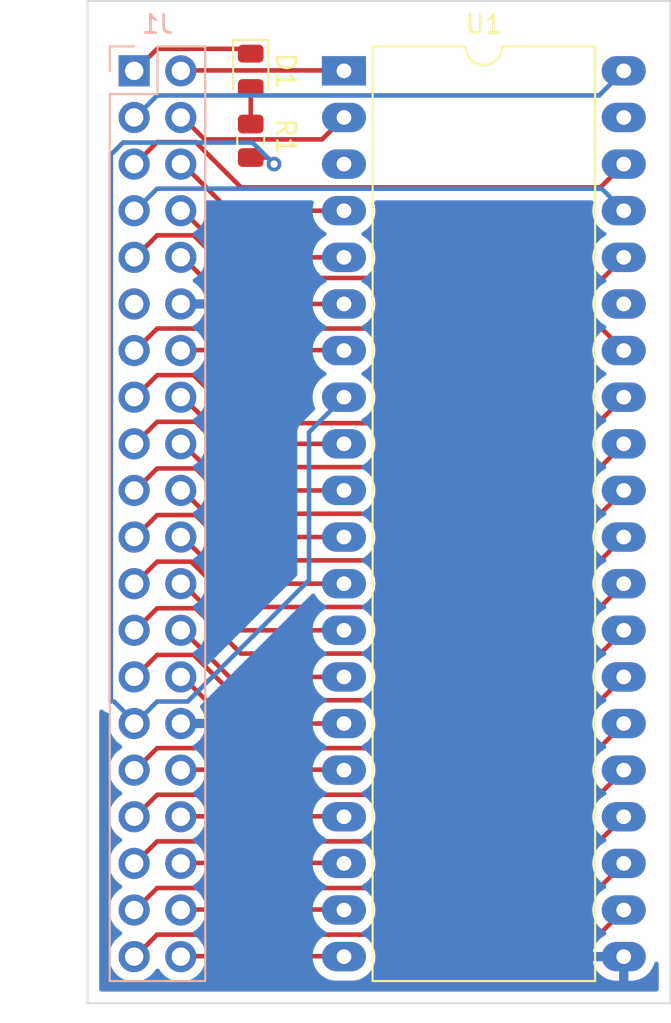
<source format=kicad_pcb>
(kicad_pcb (version 20211014) (generator pcbnew)
  (layers (0 "F.Cu" signal) (31 "B.Cu" signal) (34 "B.Paste" user) (35 "F.Paste" user) (36 "B.SilkS" user "B.Silkscreen") (37 "F.SilkS" user "F.Silkscreen") (38 "B.Mask" user) (39 "F.Mask" user) (44 "Edge.Cuts" user))
  (net 0 "")
  (net 1 "Net-(D1-Pad1)")
  (net 2 "Net-(D1-Pad2)")
  (net 3 "/VPB")
  (net 4 "/~{RESB}")
  (net 5 "/RDY")
  (net 6 "/~{SOB}")
  (net 7 "/~{IRQB}")
  (net 8 "/PHI2")
  (net 9 "/~{MLB}")
  (net 10 "/BE")
  (net 11 "/~{NMIB}")
  (net 12 "+5V")
  (net 13 "GND")
  (net 14 "/R~{WB}")
  (net 15 "/SYNC")
  (net 16 "/D0")
  (net 17 "/A0")
  (net 18 "/D1")
  (net 19 "/A1")
  (net 20 "/D2")
  (net 21 "/A2")
  (net 22 "/D3")
  (net 23 "/A3")
  (net 24 "/D4")
  (net 25 "/A4")
  (net 26 "/D5")
  (net 27 "/A5")
  (net 28 "/D6")
  (net 29 "/A6")
  (net 30 "+3V3")
  (net 31 "/D7")
  (net 32 "/A7")
  (net 33 "/A15")
  (net 34 "/A8")
  (net 35 "/A14")
  (net 36 "/A9")
  (net 37 "/A13")
  (net 38 "/A10")
  (net 39 "/A12")
  (net 40 "/A11")
  (footprint "Resistor_SMD:R_0805_2012Metric" (layer "F.Cu") (at 90.17 63.5 90)
    (fp_text reference "R1" (at 0.227064 1.905 270 unlocked) (layer "F.SilkS"))
    (fp_text value "100")
    (fp_line (start -0.227064 0.735) (end 0.227064 0.735) (layer "F.SilkS") (width 0.12))
    (fp_line (start -0.227064 -0.735) (end 0.227064 -0.735) (layer "F.SilkS") (width 0.12))
    (pad "1" smd roundrect (at -0.9125 0 90) (size 1.025 1.4) (layers "F.Cu" "F.Paste" "F.Mask") (roundrect_rratio 0.243902) (net 30 "+3V3"))
    (pad "2" smd roundrect (at 0.9125 0 90) (size 1.025 1.4) (layers "F.Cu" "F.Paste" "F.Mask") (roundrect_rratio 0.243902) (net 2 "Net-(D1-Pad2)"))
  )
  (footprint "Package_DIP:DIP-40_W15.24mm_LongPads" (layer "F.Cu") (at 95.25 59.69)
    (fp_text reference "U1" (at 7.62 -2.54) (layer "F.SilkS"))
    (fp_text value "W65C02S")
    (fp_line (start 13.68 49.59) (end 13.68 -1.33) (layer "F.SilkS") (width 0.12))
    (fp_line (start 13.68 -1.33) (end 8.62 -1.33) (layer "F.SilkS") (width 0.12))
    (fp_line (start 6.62 -1.33) (end 1.56 -1.33) (layer "F.SilkS") (width 0.12))
    (fp_line (start 1.56 -1.33) (end 1.56 49.59) (layer "F.SilkS") (width 0.12))
    (fp_line (start 1.56 49.59) (end 13.68 49.59) (layer "F.SilkS") (width 0.12))
    (fp_arc (start 8.62 -1.33) (mid 7.62 -0.33) (end 6.62 -1.33) (layer "F.SilkS") (width 0.12))
    (pad "1" thru_hole rect (at 0 0) (size 2.4 1.6) (drill 0.8) (layers *.Cu *.Mask) (net 3 "/VPB"))
    (pad "2" thru_hole oval (at 0 2.54) (size 2.4 1.6) (drill 0.8) (layers *.Cu *.Mask) (net 5 "/RDY"))
    (pad "3" thru_hole oval (at 0 5.08) (size 2.4 1.6) (drill 0.8) (layers *.Cu *.Mask))
    (pad "4" thru_hole oval (at 0 7.62) (size 2.4 1.6) (drill 0.8) (layers *.Cu *.Mask) (net 7 "/~{IRQB}"))
    (pad "5" thru_hole oval (at 0 10.16) (size 2.4 1.6) (drill 0.8) (layers *.Cu *.Mask) (net 9 "/~{MLB}"))
    (pad "6" thru_hole oval (at 0 12.7) (size 2.4 1.6) (drill 0.8) (layers *.Cu *.Mask) (net 11 "/~{NMIB}"))
    (pad "7" thru_hole oval (at 0 15.24) (size 2.4 1.6) (drill 0.8) (layers *.Cu *.Mask) (net 15 "/SYNC"))
    (pad "8" thru_hole oval (at 0 17.78) (size 2.4 1.6) (drill 0.8) (layers *.Cu *.Mask) (net 30 "+3V3"))
    (pad "9" thru_hole oval (at 0 20.32) (size 2.4 1.6) (drill 0.8) (layers *.Cu *.Mask) (net 17 "/A0"))
    (pad "10" thru_hole oval (at 0 22.86) (size 2.4 1.6) (drill 0.8) (layers *.Cu *.Mask) (net 19 "/A1"))
    (pad "11" thru_hole oval (at 0 25.4) (size 2.4 1.6) (drill 0.8) (layers *.Cu *.Mask) (net 21 "/A2"))
    (pad "12" thru_hole oval (at 0 27.94) (size 2.4 1.6) (drill 0.8) (layers *.Cu *.Mask) (net 23 "/A3"))
    (pad "13" thru_hole oval (at 0 30.48) (size 2.4 1.6) (drill 0.8) (layers *.Cu *.Mask) (net 25 "/A4"))
    (pad "14" thru_hole oval (at 0 33.02) (size 2.4 1.6) (drill 0.8) (layers *.Cu *.Mask) (net 27 "/A5"))
    (pad "15" thru_hole oval (at 0 35.56) (size 2.4 1.6) (drill 0.8) (layers *.Cu *.Mask) (net 29 "/A6"))
    (pad "16" thru_hole oval (at 0 38.1) (size 2.4 1.6) (drill 0.8) (layers *.Cu *.Mask) (net 32 "/A7"))
    (pad "17" thru_hole oval (at 0 40.64) (size 2.4 1.6) (drill 0.8) (layers *.Cu *.Mask) (net 34 "/A8"))
    (pad "18" thru_hole oval (at 0 43.18) (size 2.4 1.6) (drill 0.8) (layers *.Cu *.Mask) (net 36 "/A9"))
    (pad "19" thru_hole oval (at 0 45.72) (size 2.4 1.6) (drill 0.8) (layers *.Cu *.Mask) (net 38 "/A10"))
    (pad "20" thru_hole oval (at 0 48.26) (size 2.4 1.6) (drill 0.8) (layers *.Cu *.Mask) (net 40 "/A11"))
    (pad "21" thru_hole oval (at 15.24 48.26) (size 2.4 1.6) (drill 0.8) (layers *.Cu *.Mask) (net 13 "GND"))
    (pad "22" thru_hole oval (at 15.24 45.72) (size 2.4 1.6) (drill 0.8) (layers *.Cu *.Mask) (net 39 "/A12"))
    (pad "23" thru_hole oval (at 15.24 43.18) (size 2.4 1.6) (drill 0.8) (layers *.Cu *.Mask) (net 37 "/A13"))
    (pad "24" thru_hole oval (at 15.24 40.64) (size 2.4 1.6) (drill 0.8) (layers *.Cu *.Mask) (net 35 "/A14"))
    (pad "25" thru_hole oval (at 15.24 38.1) (size 2.4 1.6) (drill 0.8) (layers *.Cu *.Mask) (net 33 "/A15"))
    (pad "26" thru_hole oval (at 15.24 35.56) (size 2.4 1.6) (drill 0.8) (layers *.Cu *.Mask) (net 31 "/D7"))
    (pad "27" thru_hole oval (at 15.24 33.02) (size 2.4 1.6) (drill 0.8) (layers *.Cu *.Mask) (net 28 "/D6"))
    (pad "28" thru_hole oval (at 15.24 30.48) (size 2.4 1.6) (drill 0.8) (layers *.Cu *.Mask) (net 26 "/D5"))
    (pad "29" thru_hole oval (at 15.24 27.94) (size 2.4 1.6) (drill 0.8) (layers *.Cu *.Mask) (net 24 "/D4"))
    (pad "30" thru_hole oval (at 15.24 25.4) (size 2.4 1.6) (drill 0.8) (layers *.Cu *.Mask) (net 22 "/D3"))
    (pad "31" thru_hole oval (at 15.24 22.86) (size 2.4 1.6) (drill 0.8) (layers *.Cu *.Mask) (net 20 "/D2"))
    (pad "32" thru_hole oval (at 15.24 20.32) (size 2.4 1.6) (drill 0.8) (layers *.Cu *.Mask) (net 18 "/D1"))
    (pad "33" thru_hole oval (at 15.24 17.78) (size 2.4 1.6) (drill 0.8) (layers *.Cu *.Mask) (net 16 "/D0"))
    (pad "34" thru_hole oval (at 15.24 15.24) (size 2.4 1.6) (drill 0.8) (layers *.Cu *.Mask) (net 14 "/R~{WB}"))
    (pad "35" thru_hole oval (at 15.24 12.7) (size 2.4 1.6) (drill 0.8) (layers *.Cu *.Mask))
    (pad "36" thru_hole oval (at 15.24 10.16) (size 2.4 1.6) (drill 0.8) (layers *.Cu *.Mask) (net 10 "/BE"))
    (pad "37" thru_hole oval (at 15.24 7.62) (size 2.4 1.6) (drill 0.8) (layers *.Cu *.Mask) (net 8 "/PHI2"))
    (pad "38" thru_hole oval (at 15.24 5.08) (size 2.4 1.6) (drill 0.8) (layers *.Cu *.Mask) (net 6 "/~{SOB}"))
    (pad "39" thru_hole oval (at 15.24 2.54) (size 2.4 1.6) (drill 0.8) (layers *.Cu *.Mask))
    (pad "40" thru_hole oval (at 15.24 0) (size 2.4 1.6) (drill 0.8) (layers *.Cu *.Mask) (net 4 "/~{RESB}"))
  )
  (footprint "LED_SMD:LED_0805_2012Metric" (layer "F.Cu") (at 90.17 59.69 -90)
    (fp_text reference "D1" (at 0 -1.905 -90 unlocked) (layer "F.SilkS"))
    (fp_text value "LED")
    (fp_line (start -1.685 0.96) (end 1 0.96) (layer "F.SilkS") (width 0.12))
    (fp_line (start -1.685 -0.96) (end -1.685 0.96) (layer "F.SilkS") (width 0.12))
    (fp_line (start 1 -0.96) (end -1.685 -0.96) (layer "F.SilkS") (width 0.12))
    (pad "1" smd roundrect (at -0.9375 0 270) (size 0.975 1.4) (layers "F.Cu" "F.Paste" "F.Mask") (net 1 "Net-(D1-Pad1)"))
    (pad "2" smd roundrect (at 0.9375 0 270) (size 0.975 1.4) (layers "F.Cu" "F.Paste" "F.Mask") (net 2 "Net-(D1-Pad2)"))
  )
  (footprint "Connector_PinSocket_2.54mm:PinSocket_2x20_P2.54mm_Vertical" (layer "B.Cu") (at 83.82 59.69 180)
    (fp_text reference "J1" (at -1.27 2.54) (layer "B.SilkS") (effects (justify mirror)))
    (fp_text value "Conn_02x20_Odd_Even")
    (fp_line (start -3.87 -49.59) (end 1.33 -49.59) (layer "B.SilkS") (width 0.12))
    (fp_line (start -3.87 1.33) (end -1.27 1.33) (layer "B.SilkS") (width 0.12))
    (fp_line (start -3.87 1.33) (end -3.87 -49.59) (layer "B.SilkS") (width 0.12))
    (fp_line (start 1.33 -1.27) (end 1.33 -49.59) (layer "B.SilkS") (width 0.12))
    (fp_line (start 1.33 1.33) (end 1.33 0) (layer "B.SilkS") (width 0.12))
    (fp_line (start -1.27 -1.27) (end 1.33 -1.27) (layer "B.SilkS") (width 0.12))
    (fp_line (start -1.27 1.33) (end -1.27 -1.27) (layer "B.SilkS") (width 0.12))
    (fp_line (start 0 1.33) (end 1.33 1.33) (layer "B.SilkS") (width 0.12))
    (pad "1" thru_hole rect (at 0 0 180) (size 1.7 1.7) (drill 1) (layers *.Cu *.Mask) (net 1 "Net-(D1-Pad1)"))
    (pad "2" thru_hole oval (at -2.54 0 180) (size 1.7 1.7) (drill 1) (layers *.Cu *.Mask) (net 3 "/VPB"))
    (pad "3" thru_hole oval (at 0 -2.54 180) (size 1.7 1.7) (drill 1) (layers *.Cu *.Mask) (net 4 "/~{RESB}"))
    (pad "4" thru_hole oval (at -2.54 -2.54 180) (size 1.7 1.7) (drill 1) (layers *.Cu *.Mask) (net 5 "/RDY"))
    (pad "5" thru_hole oval (at 0 -5.08 180) (size 1.7 1.7) (drill 1) (layers *.Cu *.Mask) (net 6 "/~{SOB}"))
    (pad "6" thru_hole oval (at -2.54 -5.08 180) (size 1.7 1.7) (drill 1) (layers *.Cu *.Mask) (net 7 "/~{IRQB}"))
    (pad "7" thru_hole oval (at 0 -7.62 180) (size 1.7 1.7) (drill 1) (layers *.Cu *.Mask) (net 8 "/PHI2"))
    (pad "8" thru_hole oval (at -2.54 -7.62 180) (size 1.7 1.7) (drill 1) (layers *.Cu *.Mask) (net 9 "/~{MLB}"))
    (pad "9" thru_hole oval (at 0 -10.16 180) (size 1.7 1.7) (drill 1) (layers *.Cu *.Mask) (net 10 "/BE"))
    (pad "10" thru_hole oval (at -2.54 -10.16 180) (size 1.7 1.7) (drill 1) (layers *.Cu *.Mask) (net 11 "/~{NMIB}"))
    (pad "11" thru_hole oval (at 0 -12.7 180) (size 1.7 1.7) (drill 1) (layers *.Cu *.Mask) (net 12 "+5V"))
    (pad "12" thru_hole oval (at -2.54 -12.7 180) (size 1.7 1.7) (drill 1) (layers *.Cu *.Mask) (net 13 "GND"))
    (pad "13" thru_hole oval (at 0 -15.24 180) (size 1.7 1.7) (drill 1) (layers *.Cu *.Mask) (net 14 "/R~{WB}"))
    (pad "14" thru_hole oval (at -2.54 -15.24 180) (size 1.7 1.7) (drill 1) (layers *.Cu *.Mask) (net 15 "/SYNC"))
    (pad "15" thru_hole oval (at 0 -17.78 180) (size 1.7 1.7) (drill 1) (layers *.Cu *.Mask) (net 16 "/D0"))
    (pad "16" thru_hole oval (at -2.54 -17.78 180) (size 1.7 1.7) (drill 1) (layers *.Cu *.Mask) (net 17 "/A0"))
    (pad "17" thru_hole oval (at 0 -20.32 180) (size 1.7 1.7) (drill 1) (layers *.Cu *.Mask) (net 18 "/D1"))
    (pad "18" thru_hole oval (at -2.54 -20.32 180) (size 1.7 1.7) (drill 1) (layers *.Cu *.Mask) (net 19 "/A1"))
    (pad "19" thru_hole oval (at 0 -22.86 180) (size 1.7 1.7) (drill 1) (layers *.Cu *.Mask) (net 20 "/D2"))
    (pad "20" thru_hole oval (at -2.54 -22.86 180) (size 1.7 1.7) (drill 1) (layers *.Cu *.Mask) (net 21 "/A2"))
    (pad "21" thru_hole oval (at 0 -25.4 180) (size 1.7 1.7) (drill 1) (layers *.Cu *.Mask) (net 22 "/D3"))
    (pad "22" thru_hole oval (at -2.54 -25.4 180) (size 1.7 1.7) (drill 1) (layers *.Cu *.Mask) (net 23 "/A3"))
    (pad "23" thru_hole oval (at 0 -27.94 180) (size 1.7 1.7) (drill 1) (layers *.Cu *.Mask) (net 24 "/D4"))
    (pad "24" thru_hole oval (at -2.54 -27.94 180) (size 1.7 1.7) (drill 1) (layers *.Cu *.Mask) (net 25 "/A4"))
    (pad "25" thru_hole oval (at 0 -30.48 180) (size 1.7 1.7) (drill 1) (layers *.Cu *.Mask) (net 26 "/D5"))
    (pad "26" thru_hole oval (at -2.54 -30.48 180) (size 1.7 1.7) (drill 1) (layers *.Cu *.Mask) (net 27 "/A5"))
    (pad "27" thru_hole oval (at 0 -33.02 180) (size 1.7 1.7) (drill 1) (layers *.Cu *.Mask) (net 28 "/D6"))
    (pad "28" thru_hole oval (at -2.54 -33.02 180) (size 1.7 1.7) (drill 1) (layers *.Cu *.Mask) (net 29 "/A6"))
    (pad "29" thru_hole oval (at 0 -35.56 180) (size 1.7 1.7) (drill 1) (layers *.Cu *.Mask) (net 30 "+3V3"))
    (pad "30" thru_hole oval (at -2.54 -35.56 180) (size 1.7 1.7) (drill 1) (layers *.Cu *.Mask) (net 13 "GND"))
    (pad "31" thru_hole oval (at 0 -38.1 180) (size 1.7 1.7) (drill 1) (layers *.Cu *.Mask) (net 31 "/D7"))
    (pad "32" thru_hole oval (at -2.54 -38.1 180) (size 1.7 1.7) (drill 1) (layers *.Cu *.Mask) (net 32 "/A7"))
    (pad "33" thru_hole oval (at 0 -40.64 180) (size 1.7 1.7) (drill 1) (layers *.Cu *.Mask) (net 33 "/A15"))
    (pad "34" thru_hole oval (at -2.54 -40.64 180) (size 1.7 1.7) (drill 1) (layers *.Cu *.Mask) (net 34 "/A8"))
    (pad "35" thru_hole oval (at 0 -43.18 180) (size 1.7 1.7) (drill 1) (layers *.Cu *.Mask) (net 35 "/A14"))
    (pad "36" thru_hole oval (at -2.54 -43.18 180) (size 1.7 1.7) (drill 1) (layers *.Cu *.Mask) (net 36 "/A9"))
    (pad "37" thru_hole oval (at 0 -45.72 180) (size 1.7 1.7) (drill 1) (layers *.Cu *.Mask) (net 37 "/A13"))
    (pad "38" thru_hole oval (at -2.54 -45.72 180) (size 1.7 1.7) (drill 1) (layers *.Cu *.Mask) (net 38 "/A10"))
    (pad "39" thru_hole oval (at 0 -48.26 180) (size 1.7 1.7) (drill 1) (layers *.Cu *.Mask) (net 39 "/A12"))
    (pad "40" thru_hole oval (at -2.54 -48.26 180) (size 1.7 1.7) (drill 1) (layers *.Cu *.Mask) (net 40 "/A11"))
  )
  (gr_line (start 81.28 55.88) (end 113.03 55.88) (layer "Edge.Cuts") (width 0.1))
  (gr_line (start 113.03 55.88) (end 113.03 110.49) (layer "Edge.Cuts") (width 0.1))
  (gr_line (start 81.28 110.49) (end 81.28 55.88) (layer "Edge.Cuts") (width 0.1))
  (gr_line (start 113.03 110.49) (end 81.28 110.49) (layer "Edge.Cuts") (width 0.1))
  (segment (start 89.907989 58.490489) (end 90.17 58.7525) (width 0.25) (layer "F.Cu") (net 1))
  (segment (start 85.074511 58.490489) (end 89.907989 58.490489) (width 0.25) (layer "F.Cu") (net 1))
  (segment (start 83.9 59.665) (end 85.074511 58.490489) (width 0.25) (layer "F.Cu") (net 1))
  (segment (start 90.17 60.6275) (end 90.17 62.5875) (width 0.25) (layer "F.Cu") (net 2))
  (segment (start 86.44 59.665) (end 95.225 59.665) (width 0.25) (layer "F.Cu") (net 3))
  (segment (start 95.225 59.665) (end 95.25 59.69) (width 0.25) (layer "F.Cu") (net 3))
  (segment (start 85.074511 61.030489) (end 109.149511 61.030489) (width 0.25) (layer "B.Cu") (net 4))
  (segment (start 83.9 62.205) (end 85.074511 61.030489) (width 0.25) (layer "B.Cu") (net 4))
  (segment (start 109.149511 61.030489) (end 110.49 59.69) (width 0.25) (layer "B.Cu") (net 4))
  (segment (start 87.65952 63.42452) (end 94.05548 63.42452) (width 0.25) (layer "F.Cu") (net 5))
  (segment (start 86.44 62.205) (end 87.65952 63.42452) (width 0.25) (layer "F.Cu") (net 5))
  (segment (start 94.05548 63.42452) (end 95.25 62.23) (width 0.25) (layer "F.Cu") (net 5))
  (segment (start 85.074511 63.570489) (end 87.169771 63.570489) (width 0.25) (layer "F.Cu") (net 6))
  (segment (start 83.9 64.745) (end 85.074511 63.570489) (width 0.25) (layer "F.Cu") (net 6))
  (segment (start 109.22 66.04) (end 110.49 64.77) (width 0.25) (layer "F.Cu") (net 6))
  (segment (start 89.639282 66.04) (end 109.22 66.04) (width 0.25) (layer "F.Cu") (net 6))
  (segment (start 87.169771 63.570489) (end 89.639282 66.04) (width 0.25) (layer "F.Cu") (net 6))
  (segment (start 89.005 67.31) (end 95.25 67.31) (width 0.25) (layer "F.Cu") (net 7))
  (segment (start 86.44 64.745) (end 89.005 67.31) (width 0.25) (layer "F.Cu") (net 7))
  (segment (start 85.074511 66.110489) (end 109.290489 66.110489) (width 0.25) (layer "B.Cu") (net 8))
  (segment (start 83.9 67.285) (end 85.074511 66.110489) (width 0.25) (layer "B.Cu") (net 8))
  (segment (start 109.290489 66.110489) (end 110.49 67.31) (width 0.25) (layer "B.Cu") (net 8))
  (segment (start 86.44 67.285) (end 89.005 69.85) (width 0.25) (layer "F.Cu") (net 9))
  (segment (start 89.005 69.85) (end 95.25 69.85) (width 0.25) (layer "F.Cu") (net 9))
  (segment (start 89.38952 70.97452) (end 109.36548 70.97452) (width 0.25) (layer "F.Cu") (net 10))
  (segment (start 83.9 69.825) (end 85.074511 68.650489) (width 0.25) (layer "F.Cu") (net 10))
  (segment (start 85.074511 68.650489) (end 87.065489 68.650489) (width 0.25) (layer "F.Cu") (net 10))
  (segment (start 109.36548 70.97452) (end 110.49 69.85) (width 0.25) (layer "F.Cu") (net 10))
  (segment (start 87.065489 68.650489) (end 89.38952 70.97452) (width 0.25) (layer "F.Cu") (net 10))
  (segment (start 86.44 69.825) (end 89.005 72.39) (width 0.25) (layer "F.Cu") (net 11))
  (segment (start 89.005 72.39) (end 95.25 72.39) (width 0.25) (layer "F.Cu") (net 11))
  (segment (start 83.9 74.905) (end 85.074511 73.730489) (width 0.25) (layer "F.Cu") (net 14))
  (segment (start 85.074511 73.730489) (end 109.290489 73.730489) (width 0.25) (layer "F.Cu") (net 14))
  (segment (start 109.290489 73.730489) (end 110.49 74.93) (width 0.25) (layer "F.Cu") (net 14))
  (segment (start 86.44 74.905) (end 95.225 74.905) (width 0.25) (layer "F.Cu") (net 15))
  (segment (start 95.225 74.905) (end 95.25 74.93) (width 0.25) (layer "F.Cu") (net 15))
  (segment (start 83.9 77.445) (end 85.074511 76.270489) (width 0.25) (layer "F.Cu") (net 16))
  (segment (start 87.065489 76.270489) (end 89.68048 78.88548) (width 0.25) (layer "F.Cu") (net 16))
  (segment (start 109.07452 78.88548) (end 110.49 77.47) (width 0.25) (layer "F.Cu") (net 16))
  (segment (start 89.68048 78.88548) (end 109.07452 78.88548) (width 0.25) (layer "F.Cu") (net 16))
  (segment (start 85.074511 76.270489) (end 87.065489 76.270489) (width 0.25) (layer "F.Cu") (net 16))
  (segment (start 86.44 77.445) (end 89.005 80.01) (width 0.25) (layer "F.Cu") (net 17))
  (segment (start 89.005 80.01) (end 95.25 80.01) (width 0.25) (layer "F.Cu") (net 17))
  (segment (start 85.074511 78.810489) (end 87.169771 78.810489) (width 0.25) (layer "F.Cu") (net 18))
  (segment (start 83.9 79.985) (end 85.074511 78.810489) (width 0.25) (layer "F.Cu") (net 18))
  (segment (start 89.639282 81.28) (end 109.22 81.28) (width 0.25) (layer "F.Cu") (net 18))
  (segment (start 109.22 81.28) (end 110.49 80.01) (width 0.25) (layer "F.Cu") (net 18))
  (segment (start 87.169771 78.810489) (end 89.639282 81.28) (width 0.25) (layer "F.Cu") (net 18))
  (segment (start 89.005 82.55) (end 95.25 82.55) (width 0.25) (layer "F.Cu") (net 19))
  (segment (start 86.44 79.985) (end 89.005 82.55) (width 0.25) (layer "F.Cu") (net 19))
  (segment (start 89.639282 83.82) (end 109.22 83.82) (width 0.25) (layer "F.Cu") (net 20))
  (segment (start 87.169771 81.350489) (end 89.639282 83.82) (width 0.25) (layer "F.Cu") (net 20))
  (segment (start 85.074511 81.350489) (end 87.169771 81.350489) (width 0.25) (layer "F.Cu") (net 20))
  (segment (start 109.22 83.82) (end 110.49 82.55) (width 0.25) (layer "F.Cu") (net 20))
  (segment (start 83.9 82.525) (end 85.074511 81.350489) (width 0.25) (layer "F.Cu") (net 20))
  (segment (start 89.005 85.09) (end 95.25 85.09) (width 0.25) (layer "F.Cu") (net 21))
  (segment (start 86.44 82.525) (end 89.005 85.09) (width 0.25) (layer "F.Cu") (net 21))
  (segment (start 85.074511 83.890489) (end 87.169771 83.890489) (width 0.25) (layer "F.Cu") (net 22))
  (segment (start 87.169771 83.890489) (end 89.639282 86.36) (width 0.25) (layer "F.Cu") (net 22))
  (segment (start 89.639282 86.36) (end 109.22 86.36) (width 0.25) (layer "F.Cu") (net 22))
  (segment (start 109.22 86.36) (end 110.49 85.09) (width 0.25) (layer "F.Cu") (net 22))
  (segment (start 83.9 85.065) (end 85.074511 83.890489) (width 0.25) (layer "F.Cu") (net 22))
  (segment (start 86.44 85.065) (end 89.005 87.63) (width 0.25) (layer "F.Cu") (net 23))
  (segment (start 89.005 87.63) (end 95.25 87.63) (width 0.25) (layer "F.Cu") (net 23))
  (segment (start 83.9 87.605) (end 85.074511 86.430489) (width 0.25) (layer "F.Cu") (net 24))
  (segment (start 86.926499 86.430489) (end 89.39601 88.9) (width 0.25) (layer "F.Cu") (net 24))
  (segment (start 109.22 88.9) (end 110.49 87.63) (width 0.25) (layer "F.Cu") (net 24))
  (segment (start 85.074511 86.430489) (end 86.926499 86.430489) (width 0.25) (layer "F.Cu") (net 24))
  (segment (start 89.39601 88.9) (end 109.22 88.9) (width 0.25) (layer "F.Cu") (net 24))
  (segment (start 86.44 87.605) (end 89.005 90.17) (width 0.25) (layer "F.Cu") (net 25))
  (segment (start 89.005 90.17) (end 95.25 90.17) (width 0.25) (layer "F.Cu") (net 25))
  (segment (start 109.22 91.44) (end 110.49 90.17) (width 0.25) (layer "F.Cu") (net 26))
  (segment (start 85.074511 88.970489) (end 87.169771 88.970489) (width 0.25) (layer "F.Cu") (net 26))
  (segment (start 87.169771 88.970489) (end 89.639282 91.44) (width 0.25) (layer "F.Cu") (net 26))
  (segment (start 89.639282 91.44) (end 109.22 91.44) (width 0.25) (layer "F.Cu") (net 26))
  (segment (start 83.9 90.145) (end 85.074511 88.970489) (width 0.25) (layer "F.Cu") (net 26))
  (segment (start 89.005 92.71) (end 95.25 92.71) (width 0.25) (layer "F.Cu") (net 27))
  (segment (start 86.44 90.145) (end 89.005 92.71) (width 0.25) (layer "F.Cu") (net 27))
  (segment (start 83.9 92.685) (end 85.074511 91.510489) (width 0.25) (layer "F.Cu") (net 28))
  (segment (start 87.065489 91.510489) (end 89.535 93.98) (width 0.25) (layer "F.Cu") (net 28))
  (segment (start 89.535 93.98) (end 109.22 93.98) (width 0.25) (layer "F.Cu") (net 28))
  (segment (start 109.22 93.98) (end 110.49 92.71) (width 0.25) (layer "F.Cu") (net 28))
  (segment (start 85.074511 91.510489) (end 87.065489 91.510489) (width 0.25) (layer "F.Cu") (net 28))
  (segment (start 89.005 95.25) (end 95.25 95.25) (width 0.25) (layer "F.Cu") (net 29))
  (segment (start 86.44 92.685) (end 89.005 95.25) (width 0.25) (layer "F.Cu") (net 29))
  (segment (start 90.17 64.4125) (end 91.0825 64.4125) (width 0.25) (layer "F.Cu") (net 30))
  (segment (start 91.0825 64.4125) (end 91.44 64.77) (width 0.25) (layer "F.Cu") (net 30))
  (via (at 91.44 64.77) (size 0.8) (drill 0.4) (layers "F.Cu" "B.Cu") (net 30))
  (segment (start 85.074511 94.050489) (end 86.735521 94.050489) (width 0.25) (layer "B.Cu") (net 30))
  (segment (start 93.345 79.375) (end 95.25 77.47) (width 0.25) (layer "B.Cu") (net 30))
  (segment (start 86.735521 94.050489) (end 93.345 87.44101) (width 0.25) (layer "B.Cu") (net 30))
  (segment (start 90.265489 63.595489) (end 91.44 64.77) (width 0.25) (layer "B.Cu") (net 30))
  (segment (start 82.55 64.258501) (end 82.55 94.050489) (width 0.25) (layer "B.Cu") (net 30))
  (segment (start 83.213012 63.595489) (end 90.265489 63.595489) (width 0.25) (layer "B.Cu") (net 30))
  (segment (start 82.725489 94.050489) (end 83.9 95.225) (width 0.25) (layer "B.Cu") (net 30))
  (segment (start 93.345 87.44101) (end 93.345 79.375) (width 0.25) (layer "B.Cu") (net 30))
  (segment (start 83.9 95.225) (end 85.074511 94.050489) (width 0.25) (layer "B.Cu") (net 30))
  (segment (start 82.55 64.258501) (end 83.213012 63.595489) (width 0.25) (layer "B.Cu") (net 30))
  (segment (start 85.074511 96.590489) (end 109.149511 96.590489) (width 0.25) (layer "F.Cu") (net 31))
  (segment (start 109.149511 96.590489) (end 110.49 95.25) (width 0.25) (layer "F.Cu") (net 31))
  (segment (start 83.9 97.765) (end 85.074511 96.590489) (width 0.25) (layer "F.Cu") (net 31))
  (segment (start 86.44 97.765) (end 95.225 97.765) (width 0.25) (layer "F.Cu") (net 32))
  (segment (start 95.225 97.765) (end 95.25 97.79) (width 0.25) (layer "F.Cu") (net 32))
  (segment (start 85.074511 99.130489) (end 109.149511 99.130489) (width 0.25) (layer "F.Cu") (net 33))
  (segment (start 83.9 100.305) (end 85.074511 99.130489) (width 0.25) (layer "F.Cu") (net 33))
  (segment (start 109.149511 99.130489) (end 110.49 97.79) (width 0.25) (layer "F.Cu") (net 33))
  (segment (start 95.225 100.305) (end 95.25 100.33) (width 0.25) (layer "F.Cu") (net 34))
  (segment (start 86.44 100.305) (end 95.225 100.305) (width 0.25) (layer "F.Cu") (net 34))
  (segment (start 85.074511 101.670489) (end 109.149511 101.670489) (width 0.25) (layer "F.Cu") (net 35))
  (segment (start 83.9 102.845) (end 85.074511 101.670489) (width 0.25) (layer "F.Cu") (net 35))
  (segment (start 109.149511 101.670489) (end 110.49 100.33) (width 0.25) (layer "F.Cu") (net 35))
  (segment (start 95.225 102.845) (end 95.25 102.87) (width 0.25) (layer "F.Cu") (net 36))
  (segment (start 86.44 102.845) (end 95.225 102.845) (width 0.25) (layer "F.Cu") (net 36))
  (segment (start 109.149511 104.210489) (end 110.49 102.87) (width 0.25) (layer "F.Cu") (net 37))
  (segment (start 83.9 105.385) (end 85.074511 104.210489) (width 0.25) (layer "F.Cu") (net 37))
  (segment (start 85.074511 104.210489) (end 109.149511 104.210489) (width 0.25) (layer "F.Cu") (net 37))
  (segment (start 95.225 105.385) (end 95.25 105.41) (width 0.25) (layer "F.Cu") (net 38))
  (segment (start 86.44 105.385) (end 95.225 105.385) (width 0.25) (layer "F.Cu") (net 38))
  (segment (start 85.074511 106.750489) (end 109.149511 106.750489) (width 0.25) (layer "F.Cu") (net 39))
  (segment (start 83.9 107.925) (end 85.074511 106.750489) (width 0.25) (layer "F.Cu") (net 39))
  (segment (start 109.149511 106.750489) (end 110.49 105.41) (width 0.25) (layer "F.Cu") (net 39))
  (segment (start 95.225 107.925) (end 95.25 107.95) (width 0.25) (layer "F.Cu") (net 40))
  (segment (start 86.44 107.925) (end 95.225 107.925) (width 0.25) (layer "F.Cu") (net 40))
  (zone (net 13) (net_name "GND") (layer "B.Cu") (connect_pads (clearance 0.508)) (min_thickness 0.254) (fill yes (thermal_gap 0.508) (thermal_bridge_width 0.508))
    (polygon (pts (xy 112.395 109.855) (xy 81.915 109.855) (xy 81.915 57.785) (xy 112.395 57.785)))
  )
)
</source>
